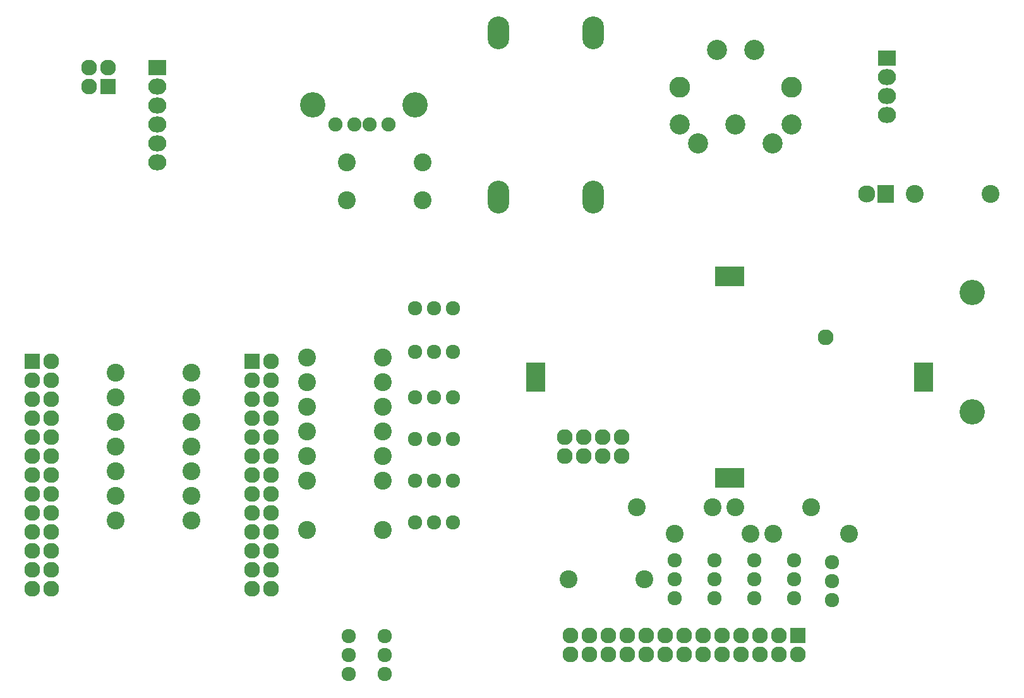
<source format=gbs>
G04 #@! TF.FileFunction,Soldermask,Bot*
%FSLAX46Y46*%
G04 Gerber Fmt 4.6, Leading zero omitted, Abs format (unit mm)*
G04 Created by KiCad (PCBNEW no-vcs-found-product) date So 28 Aug 2016 22:52:49 CEST*
%MOMM*%
G01*
G04 APERTURE LIST*
%ADD10C,0.100000*%
%ADD11C,2.398980*%
%ADD12R,2.300000X2.400000*%
%ADD13C,2.300000*%
%ADD14R,2.127200X2.127200*%
%ADD15O,2.127200X2.127200*%
%ADD16O,2.899360X4.400500*%
%ADD17C,1.901140*%
%ADD18C,3.399740*%
%ADD19C,2.700000*%
%ADD20C,2.790000*%
%ADD21C,3.400000*%
%ADD22R,2.432000X2.127200*%
%ADD23O,2.432000X2.127200*%
%ADD24C,2.127200*%
%ADD25C,2.127000*%
%ADD26R,2.600000X3.900000*%
%ADD27C,1.924000*%
G04 APERTURE END LIST*
D10*
D11*
X144780000Y-55880000D03*
X154940000Y-55880000D03*
D12*
X217000000Y-55000000D03*
D13*
X214460000Y-55000000D03*
D14*
X132080000Y-77470000D03*
D15*
X134620000Y-77470000D03*
X132080000Y-80010000D03*
X134620000Y-80010000D03*
X132080000Y-82550000D03*
X134620000Y-82550000D03*
X132080000Y-85090000D03*
X134620000Y-85090000D03*
X132080000Y-87630000D03*
X134620000Y-87630000D03*
X132080000Y-90170000D03*
X134620000Y-90170000D03*
X132080000Y-92710000D03*
X134620000Y-92710000D03*
X132080000Y-95250000D03*
X134620000Y-95250000D03*
X132080000Y-97790000D03*
X134620000Y-97790000D03*
X132080000Y-100330000D03*
X134620000Y-100330000D03*
X132080000Y-102870000D03*
X134620000Y-102870000D03*
X132080000Y-105410000D03*
X134620000Y-105410000D03*
X132080000Y-107950000D03*
X134620000Y-107950000D03*
D16*
X177800000Y-55450740D03*
X177800000Y-33449260D03*
X165100000Y-33449260D03*
X165100000Y-55450740D03*
D17*
X143255140Y-45722120D03*
X145795140Y-45722120D03*
X147827140Y-45722120D03*
X150367140Y-45722120D03*
D18*
X140207140Y-43055120D03*
X153923140Y-43055120D03*
D19*
X196850000Y-45720000D03*
X204350000Y-45720000D03*
X189350000Y-45720000D03*
X191850000Y-48210000D03*
X201850000Y-48210000D03*
X199350000Y-35710000D03*
X194350000Y-35710000D03*
D20*
X204350000Y-40720000D03*
X189350000Y-40720000D03*
D21*
X228600000Y-68200000D03*
X228600000Y-84200000D03*
D22*
X119380000Y-38100000D03*
D23*
X119380000Y-40640000D03*
X119380000Y-43180000D03*
X119380000Y-45720000D03*
X119380000Y-48260000D03*
X119380000Y-50800000D03*
D22*
X217170000Y-36830000D03*
D23*
X217170000Y-39370000D03*
X217170000Y-41910000D03*
X217170000Y-44450000D03*
D11*
X154940000Y-50800000D03*
X144780000Y-50800000D03*
X123952000Y-78994000D03*
X113792000Y-78994000D03*
X123952000Y-82296000D03*
X113792000Y-82296000D03*
X123952000Y-85598000D03*
X113792000Y-85598000D03*
X123952000Y-88900000D03*
X113792000Y-88900000D03*
X123952000Y-92202000D03*
X113792000Y-92202000D03*
X220920000Y-55000000D03*
X231080000Y-55000000D03*
X139446000Y-100076000D03*
X149606000Y-100076000D03*
D24*
X173990000Y-90170000D03*
D25*
X176530000Y-90170000D03*
X179070000Y-90170000D03*
D24*
X181610000Y-90170000D03*
D25*
X173990000Y-87630000D03*
X176530000Y-87630000D03*
X179070000Y-87630000D03*
X181610000Y-87630000D03*
X208980000Y-74230000D03*
D10*
G36*
X194140000Y-94370000D02*
X194140000Y-91770000D01*
X198040000Y-91770000D01*
X198040000Y-94370000D01*
X194140000Y-94370000D01*
X194140000Y-94370000D01*
G37*
G36*
X194140000Y-67370000D02*
X194140000Y-64770000D01*
X198040000Y-64770000D01*
X198040000Y-67370000D01*
X194140000Y-67370000D01*
X194140000Y-67370000D01*
G37*
D26*
X170090000Y-79570000D03*
X222090000Y-79570000D03*
D14*
X205232000Y-114173000D03*
D15*
X205232000Y-116713000D03*
X202692000Y-114173000D03*
X202692000Y-116713000D03*
X200152000Y-114173000D03*
X200152000Y-116713000D03*
X197612000Y-114173000D03*
X197612000Y-116713000D03*
X195072000Y-114173000D03*
X195072000Y-116713000D03*
X192532000Y-114173000D03*
X192532000Y-116713000D03*
X189992000Y-114173000D03*
X189992000Y-116713000D03*
X187452000Y-114173000D03*
X187452000Y-116713000D03*
X184912000Y-114173000D03*
X184912000Y-116713000D03*
X182372000Y-114173000D03*
X182372000Y-116713000D03*
X179832000Y-114173000D03*
X179832000Y-116713000D03*
X177292000Y-114173000D03*
X177292000Y-116713000D03*
X174752000Y-114173000D03*
X174752000Y-116713000D03*
D27*
X188722000Y-106680000D03*
X188722000Y-109220000D03*
X188722000Y-104140000D03*
X199390000Y-106680000D03*
X199390000Y-109220000D03*
X199390000Y-104140000D03*
X204724000Y-106680000D03*
X204724000Y-109220000D03*
X204724000Y-104140000D03*
X194056000Y-106680000D03*
X194056000Y-109220000D03*
X194056000Y-104140000D03*
X209804000Y-106934000D03*
X209804000Y-109474000D03*
X209804000Y-104394000D03*
X149860000Y-116840000D03*
X149860000Y-119380000D03*
X149860000Y-114300000D03*
X156464000Y-76200000D03*
X159004000Y-76200000D03*
X153924000Y-76200000D03*
X145034000Y-116840000D03*
X145034000Y-119380000D03*
X145034000Y-114300000D03*
X156464000Y-87884000D03*
X159004000Y-87884000D03*
X153924000Y-87884000D03*
X156464000Y-82296000D03*
X159004000Y-82296000D03*
X153924000Y-82296000D03*
X156464000Y-70358000D03*
X159004000Y-70358000D03*
X153924000Y-70358000D03*
X156464000Y-99060000D03*
X159004000Y-99060000D03*
X153924000Y-99060000D03*
X156464000Y-93472000D03*
X159004000Y-93472000D03*
X153924000Y-93472000D03*
D14*
X112776000Y-40640000D03*
D15*
X110236000Y-40640000D03*
X112776000Y-38100000D03*
X110236000Y-38100000D03*
D14*
X102616000Y-77470000D03*
D15*
X105156000Y-77470000D03*
X102616000Y-80010000D03*
X105156000Y-80010000D03*
X102616000Y-82550000D03*
X105156000Y-82550000D03*
X102616000Y-85090000D03*
X105156000Y-85090000D03*
X102616000Y-87630000D03*
X105156000Y-87630000D03*
X102616000Y-90170000D03*
X105156000Y-90170000D03*
X102616000Y-92710000D03*
X105156000Y-92710000D03*
X102616000Y-95250000D03*
X105156000Y-95250000D03*
X102616000Y-97790000D03*
X105156000Y-97790000D03*
X102616000Y-100330000D03*
X105156000Y-100330000D03*
X102616000Y-102870000D03*
X105156000Y-102870000D03*
X102616000Y-105410000D03*
X105156000Y-105410000D03*
X102616000Y-107950000D03*
X105156000Y-107950000D03*
D11*
X174498000Y-106680000D03*
X184658000Y-106680000D03*
X188722000Y-100584000D03*
X198882000Y-100584000D03*
X196850000Y-97028000D03*
X207010000Y-97028000D03*
X183642000Y-97028000D03*
X193802000Y-97028000D03*
X201930000Y-100584000D03*
X212090000Y-100584000D03*
X123952000Y-95504000D03*
X113792000Y-95504000D03*
X139446000Y-80264000D03*
X149606000Y-80264000D03*
X123952000Y-98806000D03*
X113792000Y-98806000D03*
X139446000Y-86868000D03*
X149606000Y-86868000D03*
X139446000Y-83566000D03*
X149606000Y-83566000D03*
X139446000Y-76962000D03*
X149606000Y-76962000D03*
X139446000Y-93472000D03*
X149606000Y-93472000D03*
X139446000Y-90170000D03*
X149606000Y-90170000D03*
M02*

</source>
